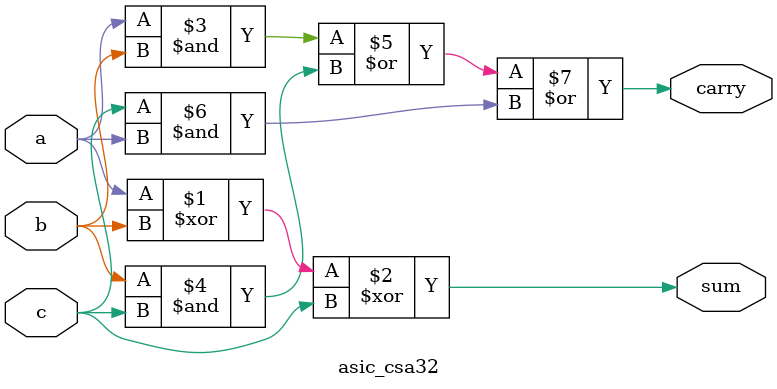
<source format=v>
module asic_csa32(	// file.cleaned.mlir:2:3
  input  a,	// file.cleaned.mlir:2:28
         b,	// file.cleaned.mlir:2:40
         c,	// file.cleaned.mlir:2:52
  output sum,	// file.cleaned.mlir:2:65
         carry	// file.cleaned.mlir:2:79
);

  assign sum = a ^ b ^ c;	// file.cleaned.mlir:3:10, :8:5
  assign carry = a & b | b & c | c & a;	// file.cleaned.mlir:4:10, :5:10, :6:10, :7:10, :8:5
endmodule


</source>
